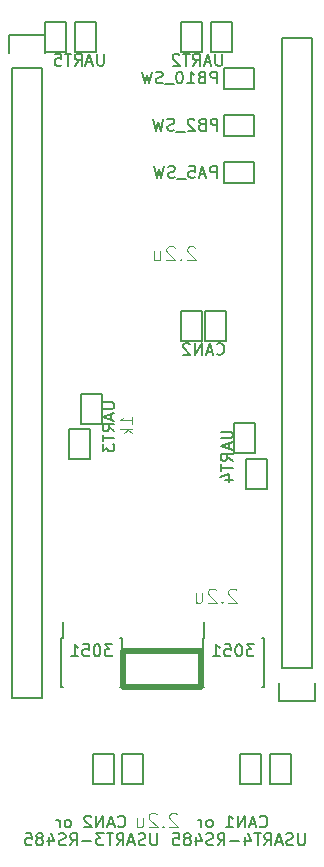
<source format=gbr>
G04 #@! TF.FileFunction,Legend,Bot*
%FSLAX46Y46*%
G04 Gerber Fmt 4.6, Leading zero omitted, Abs format (unit mm)*
G04 Created by KiCad (PCBNEW 4.0.6) date 08/21/17 16:56:05*
%MOMM*%
%LPD*%
G01*
G04 APERTURE LIST*
%ADD10C,0.100000*%
%ADD11C,0.200000*%
%ADD12C,0.150000*%
%ADD13C,0.500000*%
%ADD14C,0.101600*%
G04 APERTURE END LIST*
D10*
D11*
X21761905Y-58952381D02*
X21142857Y-58952381D01*
X21476191Y-59333333D01*
X21333333Y-59333333D01*
X21238095Y-59380952D01*
X21190476Y-59428571D01*
X21142857Y-59523810D01*
X21142857Y-59761905D01*
X21190476Y-59857143D01*
X21238095Y-59904762D01*
X21333333Y-59952381D01*
X21619048Y-59952381D01*
X21714286Y-59904762D01*
X21761905Y-59857143D01*
X20523810Y-58952381D02*
X20428571Y-58952381D01*
X20333333Y-59000000D01*
X20285714Y-59047619D01*
X20238095Y-59142857D01*
X20190476Y-59333333D01*
X20190476Y-59571429D01*
X20238095Y-59761905D01*
X20285714Y-59857143D01*
X20333333Y-59904762D01*
X20428571Y-59952381D01*
X20523810Y-59952381D01*
X20619048Y-59904762D01*
X20666667Y-59857143D01*
X20714286Y-59761905D01*
X20761905Y-59571429D01*
X20761905Y-59333333D01*
X20714286Y-59142857D01*
X20666667Y-59047619D01*
X20619048Y-59000000D01*
X20523810Y-58952381D01*
X19285714Y-58952381D02*
X19761905Y-58952381D01*
X19809524Y-59428571D01*
X19761905Y-59380952D01*
X19666667Y-59333333D01*
X19428571Y-59333333D01*
X19333333Y-59380952D01*
X19285714Y-59428571D01*
X19238095Y-59523810D01*
X19238095Y-59761905D01*
X19285714Y-59857143D01*
X19333333Y-59904762D01*
X19428571Y-59952381D01*
X19666667Y-59952381D01*
X19761905Y-59904762D01*
X19809524Y-59857143D01*
X18285714Y-59952381D02*
X18857143Y-59952381D01*
X18571429Y-59952381D02*
X18571429Y-58952381D01*
X18666667Y-59095238D01*
X18761905Y-59190476D01*
X18857143Y-59238095D01*
X9761905Y-58952381D02*
X9142857Y-58952381D01*
X9476191Y-59333333D01*
X9333333Y-59333333D01*
X9238095Y-59380952D01*
X9190476Y-59428571D01*
X9142857Y-59523810D01*
X9142857Y-59761905D01*
X9190476Y-59857143D01*
X9238095Y-59904762D01*
X9333333Y-59952381D01*
X9619048Y-59952381D01*
X9714286Y-59904762D01*
X9761905Y-59857143D01*
X8523810Y-58952381D02*
X8428571Y-58952381D01*
X8333333Y-59000000D01*
X8285714Y-59047619D01*
X8238095Y-59142857D01*
X8190476Y-59333333D01*
X8190476Y-59571429D01*
X8238095Y-59761905D01*
X8285714Y-59857143D01*
X8333333Y-59904762D01*
X8428571Y-59952381D01*
X8523810Y-59952381D01*
X8619048Y-59904762D01*
X8666667Y-59857143D01*
X8714286Y-59761905D01*
X8761905Y-59571429D01*
X8761905Y-59333333D01*
X8714286Y-59142857D01*
X8666667Y-59047619D01*
X8619048Y-59000000D01*
X8523810Y-58952381D01*
X7285714Y-58952381D02*
X7761905Y-58952381D01*
X7809524Y-59428571D01*
X7761905Y-59380952D01*
X7666667Y-59333333D01*
X7428571Y-59333333D01*
X7333333Y-59380952D01*
X7285714Y-59428571D01*
X7238095Y-59523810D01*
X7238095Y-59761905D01*
X7285714Y-59857143D01*
X7333333Y-59904762D01*
X7428571Y-59952381D01*
X7666667Y-59952381D01*
X7761905Y-59904762D01*
X7809524Y-59857143D01*
X6285714Y-59952381D02*
X6857143Y-59952381D01*
X6571429Y-59952381D02*
X6571429Y-58952381D01*
X6666667Y-59095238D01*
X6761905Y-59190476D01*
X6857143Y-59238095D01*
X18595238Y-19452381D02*
X18595238Y-18452381D01*
X18214285Y-18452381D01*
X18119047Y-18500000D01*
X18071428Y-18547619D01*
X18023809Y-18642857D01*
X18023809Y-18785714D01*
X18071428Y-18880952D01*
X18119047Y-18928571D01*
X18214285Y-18976190D01*
X18595238Y-18976190D01*
X17642857Y-19166667D02*
X17166666Y-19166667D01*
X17738095Y-19452381D02*
X17404762Y-18452381D01*
X17071428Y-19452381D01*
X16261904Y-18452381D02*
X16738095Y-18452381D01*
X16785714Y-18928571D01*
X16738095Y-18880952D01*
X16642857Y-18833333D01*
X16404761Y-18833333D01*
X16309523Y-18880952D01*
X16261904Y-18928571D01*
X16214285Y-19023810D01*
X16214285Y-19261905D01*
X16261904Y-19357143D01*
X16309523Y-19404762D01*
X16404761Y-19452381D01*
X16642857Y-19452381D01*
X16738095Y-19404762D01*
X16785714Y-19357143D01*
X16023809Y-19547619D02*
X15261904Y-19547619D01*
X15071428Y-19404762D02*
X14928571Y-19452381D01*
X14690475Y-19452381D01*
X14595237Y-19404762D01*
X14547618Y-19357143D01*
X14499999Y-19261905D01*
X14499999Y-19166667D01*
X14547618Y-19071429D01*
X14595237Y-19023810D01*
X14690475Y-18976190D01*
X14880952Y-18928571D01*
X14976190Y-18880952D01*
X15023809Y-18833333D01*
X15071428Y-18738095D01*
X15071428Y-18642857D01*
X15023809Y-18547619D01*
X14976190Y-18500000D01*
X14880952Y-18452381D01*
X14642856Y-18452381D01*
X14499999Y-18500000D01*
X14166666Y-18452381D02*
X13928571Y-19452381D01*
X13738094Y-18738095D01*
X13547618Y-19452381D01*
X13309523Y-18452381D01*
X18666667Y-15452381D02*
X18666667Y-14452381D01*
X18285714Y-14452381D01*
X18190476Y-14500000D01*
X18142857Y-14547619D01*
X18095238Y-14642857D01*
X18095238Y-14785714D01*
X18142857Y-14880952D01*
X18190476Y-14928571D01*
X18285714Y-14976190D01*
X18666667Y-14976190D01*
X17333333Y-14928571D02*
X17190476Y-14976190D01*
X17142857Y-15023810D01*
X17095238Y-15119048D01*
X17095238Y-15261905D01*
X17142857Y-15357143D01*
X17190476Y-15404762D01*
X17285714Y-15452381D01*
X17666667Y-15452381D01*
X17666667Y-14452381D01*
X17333333Y-14452381D01*
X17238095Y-14500000D01*
X17190476Y-14547619D01*
X17142857Y-14642857D01*
X17142857Y-14738095D01*
X17190476Y-14833333D01*
X17238095Y-14880952D01*
X17333333Y-14928571D01*
X17666667Y-14928571D01*
X16714286Y-14547619D02*
X16666667Y-14500000D01*
X16571429Y-14452381D01*
X16333333Y-14452381D01*
X16238095Y-14500000D01*
X16190476Y-14547619D01*
X16142857Y-14642857D01*
X16142857Y-14738095D01*
X16190476Y-14880952D01*
X16761905Y-15452381D01*
X16142857Y-15452381D01*
X15952381Y-15547619D02*
X15190476Y-15547619D01*
X15000000Y-15404762D02*
X14857143Y-15452381D01*
X14619047Y-15452381D01*
X14523809Y-15404762D01*
X14476190Y-15357143D01*
X14428571Y-15261905D01*
X14428571Y-15166667D01*
X14476190Y-15071429D01*
X14523809Y-15023810D01*
X14619047Y-14976190D01*
X14809524Y-14928571D01*
X14904762Y-14880952D01*
X14952381Y-14833333D01*
X15000000Y-14738095D01*
X15000000Y-14642857D01*
X14952381Y-14547619D01*
X14904762Y-14500000D01*
X14809524Y-14452381D01*
X14571428Y-14452381D01*
X14428571Y-14500000D01*
X14095238Y-14452381D02*
X13857143Y-15452381D01*
X13666666Y-14738095D01*
X13476190Y-15452381D01*
X13238095Y-14452381D01*
X18642857Y-11452381D02*
X18642857Y-10452381D01*
X18261904Y-10452381D01*
X18166666Y-10500000D01*
X18119047Y-10547619D01*
X18071428Y-10642857D01*
X18071428Y-10785714D01*
X18119047Y-10880952D01*
X18166666Y-10928571D01*
X18261904Y-10976190D01*
X18642857Y-10976190D01*
X17309523Y-10928571D02*
X17166666Y-10976190D01*
X17119047Y-11023810D01*
X17071428Y-11119048D01*
X17071428Y-11261905D01*
X17119047Y-11357143D01*
X17166666Y-11404762D01*
X17261904Y-11452381D01*
X17642857Y-11452381D01*
X17642857Y-10452381D01*
X17309523Y-10452381D01*
X17214285Y-10500000D01*
X17166666Y-10547619D01*
X17119047Y-10642857D01*
X17119047Y-10738095D01*
X17166666Y-10833333D01*
X17214285Y-10880952D01*
X17309523Y-10928571D01*
X17642857Y-10928571D01*
X16119047Y-11452381D02*
X16690476Y-11452381D01*
X16404762Y-11452381D02*
X16404762Y-10452381D01*
X16500000Y-10595238D01*
X16595238Y-10690476D01*
X16690476Y-10738095D01*
X15500000Y-10452381D02*
X15404761Y-10452381D01*
X15309523Y-10500000D01*
X15261904Y-10547619D01*
X15214285Y-10642857D01*
X15166666Y-10833333D01*
X15166666Y-11071429D01*
X15214285Y-11261905D01*
X15261904Y-11357143D01*
X15309523Y-11404762D01*
X15404761Y-11452381D01*
X15500000Y-11452381D01*
X15595238Y-11404762D01*
X15642857Y-11357143D01*
X15690476Y-11261905D01*
X15738095Y-11071429D01*
X15738095Y-10833333D01*
X15690476Y-10642857D01*
X15642857Y-10547619D01*
X15595238Y-10500000D01*
X15500000Y-10452381D01*
X14976190Y-11547619D02*
X14214285Y-11547619D01*
X14023809Y-11404762D02*
X13880952Y-11452381D01*
X13642856Y-11452381D01*
X13547618Y-11404762D01*
X13499999Y-11357143D01*
X13452380Y-11261905D01*
X13452380Y-11166667D01*
X13499999Y-11071429D01*
X13547618Y-11023810D01*
X13642856Y-10976190D01*
X13833333Y-10928571D01*
X13928571Y-10880952D01*
X13976190Y-10833333D01*
X14023809Y-10738095D01*
X14023809Y-10642857D01*
X13976190Y-10547619D01*
X13928571Y-10500000D01*
X13833333Y-10452381D01*
X13595237Y-10452381D01*
X13452380Y-10500000D01*
X13119047Y-10452381D02*
X12880952Y-11452381D01*
X12690475Y-10738095D01*
X12499999Y-11452381D01*
X12261904Y-10452381D01*
X26071429Y-74952381D02*
X26071429Y-75761905D01*
X26023810Y-75857143D01*
X25976191Y-75904762D01*
X25880953Y-75952381D01*
X25690476Y-75952381D01*
X25595238Y-75904762D01*
X25547619Y-75857143D01*
X25500000Y-75761905D01*
X25500000Y-74952381D01*
X25071429Y-75904762D02*
X24928572Y-75952381D01*
X24690476Y-75952381D01*
X24595238Y-75904762D01*
X24547619Y-75857143D01*
X24500000Y-75761905D01*
X24500000Y-75666667D01*
X24547619Y-75571429D01*
X24595238Y-75523810D01*
X24690476Y-75476190D01*
X24880953Y-75428571D01*
X24976191Y-75380952D01*
X25023810Y-75333333D01*
X25071429Y-75238095D01*
X25071429Y-75142857D01*
X25023810Y-75047619D01*
X24976191Y-75000000D01*
X24880953Y-74952381D01*
X24642857Y-74952381D01*
X24500000Y-75000000D01*
X24119048Y-75666667D02*
X23642857Y-75666667D01*
X24214286Y-75952381D02*
X23880953Y-74952381D01*
X23547619Y-75952381D01*
X22642857Y-75952381D02*
X22976191Y-75476190D01*
X23214286Y-75952381D02*
X23214286Y-74952381D01*
X22833333Y-74952381D01*
X22738095Y-75000000D01*
X22690476Y-75047619D01*
X22642857Y-75142857D01*
X22642857Y-75285714D01*
X22690476Y-75380952D01*
X22738095Y-75428571D01*
X22833333Y-75476190D01*
X23214286Y-75476190D01*
X22357143Y-74952381D02*
X21785714Y-74952381D01*
X22071429Y-75952381D02*
X22071429Y-74952381D01*
X21023809Y-75285714D02*
X21023809Y-75952381D01*
X21261905Y-74904762D02*
X21500000Y-75619048D01*
X20880952Y-75619048D01*
X20500000Y-75571429D02*
X19738095Y-75571429D01*
X18690476Y-75952381D02*
X19023810Y-75476190D01*
X19261905Y-75952381D02*
X19261905Y-74952381D01*
X18880952Y-74952381D01*
X18785714Y-75000000D01*
X18738095Y-75047619D01*
X18690476Y-75142857D01*
X18690476Y-75285714D01*
X18738095Y-75380952D01*
X18785714Y-75428571D01*
X18880952Y-75476190D01*
X19261905Y-75476190D01*
X18309524Y-75904762D02*
X18166667Y-75952381D01*
X17928571Y-75952381D01*
X17833333Y-75904762D01*
X17785714Y-75857143D01*
X17738095Y-75761905D01*
X17738095Y-75666667D01*
X17785714Y-75571429D01*
X17833333Y-75523810D01*
X17928571Y-75476190D01*
X18119048Y-75428571D01*
X18214286Y-75380952D01*
X18261905Y-75333333D01*
X18309524Y-75238095D01*
X18309524Y-75142857D01*
X18261905Y-75047619D01*
X18214286Y-75000000D01*
X18119048Y-74952381D01*
X17880952Y-74952381D01*
X17738095Y-75000000D01*
X16880952Y-75285714D02*
X16880952Y-75952381D01*
X17119048Y-74904762D02*
X17357143Y-75619048D01*
X16738095Y-75619048D01*
X16214286Y-75380952D02*
X16309524Y-75333333D01*
X16357143Y-75285714D01*
X16404762Y-75190476D01*
X16404762Y-75142857D01*
X16357143Y-75047619D01*
X16309524Y-75000000D01*
X16214286Y-74952381D01*
X16023809Y-74952381D01*
X15928571Y-75000000D01*
X15880952Y-75047619D01*
X15833333Y-75142857D01*
X15833333Y-75190476D01*
X15880952Y-75285714D01*
X15928571Y-75333333D01*
X16023809Y-75380952D01*
X16214286Y-75380952D01*
X16309524Y-75428571D01*
X16357143Y-75476190D01*
X16404762Y-75571429D01*
X16404762Y-75761905D01*
X16357143Y-75857143D01*
X16309524Y-75904762D01*
X16214286Y-75952381D01*
X16023809Y-75952381D01*
X15928571Y-75904762D01*
X15880952Y-75857143D01*
X15833333Y-75761905D01*
X15833333Y-75571429D01*
X15880952Y-75476190D01*
X15928571Y-75428571D01*
X16023809Y-75380952D01*
X14928571Y-74952381D02*
X15404762Y-74952381D01*
X15452381Y-75428571D01*
X15404762Y-75380952D01*
X15309524Y-75333333D01*
X15071428Y-75333333D01*
X14976190Y-75380952D01*
X14928571Y-75428571D01*
X14880952Y-75523810D01*
X14880952Y-75761905D01*
X14928571Y-75857143D01*
X14976190Y-75904762D01*
X15071428Y-75952381D01*
X15309524Y-75952381D01*
X15404762Y-75904762D01*
X15452381Y-75857143D01*
X22261905Y-74357143D02*
X22309524Y-74404762D01*
X22452381Y-74452381D01*
X22547619Y-74452381D01*
X22690477Y-74404762D01*
X22785715Y-74309524D01*
X22833334Y-74214286D01*
X22880953Y-74023810D01*
X22880953Y-73880952D01*
X22833334Y-73690476D01*
X22785715Y-73595238D01*
X22690477Y-73500000D01*
X22547619Y-73452381D01*
X22452381Y-73452381D01*
X22309524Y-73500000D01*
X22261905Y-73547619D01*
X21880953Y-74166667D02*
X21404762Y-74166667D01*
X21976191Y-74452381D02*
X21642858Y-73452381D01*
X21309524Y-74452381D01*
X20976191Y-74452381D02*
X20976191Y-73452381D01*
X20404762Y-74452381D01*
X20404762Y-73452381D01*
X19404762Y-74452381D02*
X19976191Y-74452381D01*
X19690477Y-74452381D02*
X19690477Y-73452381D01*
X19785715Y-73595238D01*
X19880953Y-73690476D01*
X19976191Y-73738095D01*
X18071429Y-74452381D02*
X18166667Y-74404762D01*
X18214286Y-74357143D01*
X18261905Y-74261905D01*
X18261905Y-73976190D01*
X18214286Y-73880952D01*
X18166667Y-73833333D01*
X18071429Y-73785714D01*
X17928571Y-73785714D01*
X17833333Y-73833333D01*
X17785714Y-73880952D01*
X17738095Y-73976190D01*
X17738095Y-74261905D01*
X17785714Y-74357143D01*
X17833333Y-74404762D01*
X17928571Y-74452381D01*
X18071429Y-74452381D01*
X17309524Y-74452381D02*
X17309524Y-73785714D01*
X17309524Y-73976190D02*
X17261905Y-73880952D01*
X17214286Y-73833333D01*
X17119048Y-73785714D01*
X17023809Y-73785714D01*
X13571429Y-74952381D02*
X13571429Y-75761905D01*
X13523810Y-75857143D01*
X13476191Y-75904762D01*
X13380953Y-75952381D01*
X13190476Y-75952381D01*
X13095238Y-75904762D01*
X13047619Y-75857143D01*
X13000000Y-75761905D01*
X13000000Y-74952381D01*
X12571429Y-75904762D02*
X12428572Y-75952381D01*
X12190476Y-75952381D01*
X12095238Y-75904762D01*
X12047619Y-75857143D01*
X12000000Y-75761905D01*
X12000000Y-75666667D01*
X12047619Y-75571429D01*
X12095238Y-75523810D01*
X12190476Y-75476190D01*
X12380953Y-75428571D01*
X12476191Y-75380952D01*
X12523810Y-75333333D01*
X12571429Y-75238095D01*
X12571429Y-75142857D01*
X12523810Y-75047619D01*
X12476191Y-75000000D01*
X12380953Y-74952381D01*
X12142857Y-74952381D01*
X12000000Y-75000000D01*
X11619048Y-75666667D02*
X11142857Y-75666667D01*
X11714286Y-75952381D02*
X11380953Y-74952381D01*
X11047619Y-75952381D01*
X10142857Y-75952381D02*
X10476191Y-75476190D01*
X10714286Y-75952381D02*
X10714286Y-74952381D01*
X10333333Y-74952381D01*
X10238095Y-75000000D01*
X10190476Y-75047619D01*
X10142857Y-75142857D01*
X10142857Y-75285714D01*
X10190476Y-75380952D01*
X10238095Y-75428571D01*
X10333333Y-75476190D01*
X10714286Y-75476190D01*
X9857143Y-74952381D02*
X9285714Y-74952381D01*
X9571429Y-75952381D02*
X9571429Y-74952381D01*
X9047619Y-74952381D02*
X8428571Y-74952381D01*
X8761905Y-75333333D01*
X8619047Y-75333333D01*
X8523809Y-75380952D01*
X8476190Y-75428571D01*
X8428571Y-75523810D01*
X8428571Y-75761905D01*
X8476190Y-75857143D01*
X8523809Y-75904762D01*
X8619047Y-75952381D01*
X8904762Y-75952381D01*
X9000000Y-75904762D01*
X9047619Y-75857143D01*
X8000000Y-75571429D02*
X7238095Y-75571429D01*
X6190476Y-75952381D02*
X6523810Y-75476190D01*
X6761905Y-75952381D02*
X6761905Y-74952381D01*
X6380952Y-74952381D01*
X6285714Y-75000000D01*
X6238095Y-75047619D01*
X6190476Y-75142857D01*
X6190476Y-75285714D01*
X6238095Y-75380952D01*
X6285714Y-75428571D01*
X6380952Y-75476190D01*
X6761905Y-75476190D01*
X5809524Y-75904762D02*
X5666667Y-75952381D01*
X5428571Y-75952381D01*
X5333333Y-75904762D01*
X5285714Y-75857143D01*
X5238095Y-75761905D01*
X5238095Y-75666667D01*
X5285714Y-75571429D01*
X5333333Y-75523810D01*
X5428571Y-75476190D01*
X5619048Y-75428571D01*
X5714286Y-75380952D01*
X5761905Y-75333333D01*
X5809524Y-75238095D01*
X5809524Y-75142857D01*
X5761905Y-75047619D01*
X5714286Y-75000000D01*
X5619048Y-74952381D01*
X5380952Y-74952381D01*
X5238095Y-75000000D01*
X4380952Y-75285714D02*
X4380952Y-75952381D01*
X4619048Y-74904762D02*
X4857143Y-75619048D01*
X4238095Y-75619048D01*
X3714286Y-75380952D02*
X3809524Y-75333333D01*
X3857143Y-75285714D01*
X3904762Y-75190476D01*
X3904762Y-75142857D01*
X3857143Y-75047619D01*
X3809524Y-75000000D01*
X3714286Y-74952381D01*
X3523809Y-74952381D01*
X3428571Y-75000000D01*
X3380952Y-75047619D01*
X3333333Y-75142857D01*
X3333333Y-75190476D01*
X3380952Y-75285714D01*
X3428571Y-75333333D01*
X3523809Y-75380952D01*
X3714286Y-75380952D01*
X3809524Y-75428571D01*
X3857143Y-75476190D01*
X3904762Y-75571429D01*
X3904762Y-75761905D01*
X3857143Y-75857143D01*
X3809524Y-75904762D01*
X3714286Y-75952381D01*
X3523809Y-75952381D01*
X3428571Y-75904762D01*
X3380952Y-75857143D01*
X3333333Y-75761905D01*
X3333333Y-75571429D01*
X3380952Y-75476190D01*
X3428571Y-75428571D01*
X3523809Y-75380952D01*
X2428571Y-74952381D02*
X2904762Y-74952381D01*
X2952381Y-75428571D01*
X2904762Y-75380952D01*
X2809524Y-75333333D01*
X2571428Y-75333333D01*
X2476190Y-75380952D01*
X2428571Y-75428571D01*
X2380952Y-75523810D01*
X2380952Y-75761905D01*
X2428571Y-75857143D01*
X2476190Y-75904762D01*
X2571428Y-75952381D01*
X2809524Y-75952381D01*
X2904762Y-75904762D01*
X2952381Y-75857143D01*
X10261905Y-74357143D02*
X10309524Y-74404762D01*
X10452381Y-74452381D01*
X10547619Y-74452381D01*
X10690477Y-74404762D01*
X10785715Y-74309524D01*
X10833334Y-74214286D01*
X10880953Y-74023810D01*
X10880953Y-73880952D01*
X10833334Y-73690476D01*
X10785715Y-73595238D01*
X10690477Y-73500000D01*
X10547619Y-73452381D01*
X10452381Y-73452381D01*
X10309524Y-73500000D01*
X10261905Y-73547619D01*
X9880953Y-74166667D02*
X9404762Y-74166667D01*
X9976191Y-74452381D02*
X9642858Y-73452381D01*
X9309524Y-74452381D01*
X8976191Y-74452381D02*
X8976191Y-73452381D01*
X8404762Y-74452381D01*
X8404762Y-73452381D01*
X7976191Y-73547619D02*
X7928572Y-73500000D01*
X7833334Y-73452381D01*
X7595238Y-73452381D01*
X7500000Y-73500000D01*
X7452381Y-73547619D01*
X7404762Y-73642857D01*
X7404762Y-73738095D01*
X7452381Y-73880952D01*
X8023810Y-74452381D01*
X7404762Y-74452381D01*
X6071429Y-74452381D02*
X6166667Y-74404762D01*
X6214286Y-74357143D01*
X6261905Y-74261905D01*
X6261905Y-73976190D01*
X6214286Y-73880952D01*
X6166667Y-73833333D01*
X6071429Y-73785714D01*
X5928571Y-73785714D01*
X5833333Y-73833333D01*
X5785714Y-73880952D01*
X5738095Y-73976190D01*
X5738095Y-74261905D01*
X5785714Y-74357143D01*
X5833333Y-74404762D01*
X5928571Y-74452381D01*
X6071429Y-74452381D01*
X5309524Y-74452381D02*
X5309524Y-73785714D01*
X5309524Y-73976190D02*
X5261905Y-73880952D01*
X5214286Y-73833333D01*
X5119048Y-73785714D01*
X5023809Y-73785714D01*
X18619047Y-34357143D02*
X18666666Y-34404762D01*
X18809523Y-34452381D01*
X18904761Y-34452381D01*
X19047619Y-34404762D01*
X19142857Y-34309524D01*
X19190476Y-34214286D01*
X19238095Y-34023810D01*
X19238095Y-33880952D01*
X19190476Y-33690476D01*
X19142857Y-33595238D01*
X19047619Y-33500000D01*
X18904761Y-33452381D01*
X18809523Y-33452381D01*
X18666666Y-33500000D01*
X18619047Y-33547619D01*
X18238095Y-34166667D02*
X17761904Y-34166667D01*
X18333333Y-34452381D02*
X18000000Y-33452381D01*
X17666666Y-34452381D01*
X17333333Y-34452381D02*
X17333333Y-33452381D01*
X16761904Y-34452381D01*
X16761904Y-33452381D01*
X16333333Y-33547619D02*
X16285714Y-33500000D01*
X16190476Y-33452381D01*
X15952380Y-33452381D01*
X15857142Y-33500000D01*
X15809523Y-33547619D01*
X15761904Y-33642857D01*
X15761904Y-33738095D01*
X15809523Y-33880952D01*
X16380952Y-34452381D01*
X15761904Y-34452381D01*
X19071429Y-8952381D02*
X19071429Y-9761905D01*
X19023810Y-9857143D01*
X18976191Y-9904762D01*
X18880953Y-9952381D01*
X18690476Y-9952381D01*
X18595238Y-9904762D01*
X18547619Y-9857143D01*
X18500000Y-9761905D01*
X18500000Y-8952381D01*
X18071429Y-9666667D02*
X17595238Y-9666667D01*
X18166667Y-9952381D02*
X17833334Y-8952381D01*
X17500000Y-9952381D01*
X16595238Y-9952381D02*
X16928572Y-9476190D01*
X17166667Y-9952381D02*
X17166667Y-8952381D01*
X16785714Y-8952381D01*
X16690476Y-9000000D01*
X16642857Y-9047619D01*
X16595238Y-9142857D01*
X16595238Y-9285714D01*
X16642857Y-9380952D01*
X16690476Y-9428571D01*
X16785714Y-9476190D01*
X17166667Y-9476190D01*
X16309524Y-8952381D02*
X15738095Y-8952381D01*
X16023810Y-9952381D02*
X16023810Y-8952381D01*
X15452381Y-9047619D02*
X15404762Y-9000000D01*
X15309524Y-8952381D01*
X15071428Y-8952381D01*
X14976190Y-9000000D01*
X14928571Y-9047619D01*
X14880952Y-9142857D01*
X14880952Y-9238095D01*
X14928571Y-9380952D01*
X15500000Y-9952381D01*
X14880952Y-9952381D01*
X9071429Y-8952381D02*
X9071429Y-9761905D01*
X9023810Y-9857143D01*
X8976191Y-9904762D01*
X8880953Y-9952381D01*
X8690476Y-9952381D01*
X8595238Y-9904762D01*
X8547619Y-9857143D01*
X8500000Y-9761905D01*
X8500000Y-8952381D01*
X8071429Y-9666667D02*
X7595238Y-9666667D01*
X8166667Y-9952381D02*
X7833334Y-8952381D01*
X7500000Y-9952381D01*
X6595238Y-9952381D02*
X6928572Y-9476190D01*
X7166667Y-9952381D02*
X7166667Y-8952381D01*
X6785714Y-8952381D01*
X6690476Y-9000000D01*
X6642857Y-9047619D01*
X6595238Y-9142857D01*
X6595238Y-9285714D01*
X6642857Y-9380952D01*
X6690476Y-9428571D01*
X6785714Y-9476190D01*
X7166667Y-9476190D01*
X6309524Y-8952381D02*
X5738095Y-8952381D01*
X6023810Y-9952381D02*
X6023810Y-8952381D01*
X4928571Y-8952381D02*
X5404762Y-8952381D01*
X5452381Y-9428571D01*
X5404762Y-9380952D01*
X5309524Y-9333333D01*
X5071428Y-9333333D01*
X4976190Y-9380952D01*
X4928571Y-9428571D01*
X4880952Y-9523810D01*
X4880952Y-9761905D01*
X4928571Y-9857143D01*
X4976190Y-9904762D01*
X5071428Y-9952381D01*
X5309524Y-9952381D01*
X5404762Y-9904762D01*
X5452381Y-9857143D01*
X18952381Y-40928571D02*
X19761905Y-40928571D01*
X19857143Y-40976190D01*
X19904762Y-41023809D01*
X19952381Y-41119047D01*
X19952381Y-41309524D01*
X19904762Y-41404762D01*
X19857143Y-41452381D01*
X19761905Y-41500000D01*
X18952381Y-41500000D01*
X19666667Y-41928571D02*
X19666667Y-42404762D01*
X19952381Y-41833333D02*
X18952381Y-42166666D01*
X19952381Y-42500000D01*
X19952381Y-43404762D02*
X19476190Y-43071428D01*
X19952381Y-42833333D02*
X18952381Y-42833333D01*
X18952381Y-43214286D01*
X19000000Y-43309524D01*
X19047619Y-43357143D01*
X19142857Y-43404762D01*
X19285714Y-43404762D01*
X19380952Y-43357143D01*
X19428571Y-43309524D01*
X19476190Y-43214286D01*
X19476190Y-42833333D01*
X18952381Y-43690476D02*
X18952381Y-44261905D01*
X19952381Y-43976190D02*
X18952381Y-43976190D01*
X19285714Y-45023810D02*
X19952381Y-45023810D01*
X18904762Y-44785714D02*
X19619048Y-44547619D01*
X19619048Y-45166667D01*
X8952381Y-38428571D02*
X9761905Y-38428571D01*
X9857143Y-38476190D01*
X9904762Y-38523809D01*
X9952381Y-38619047D01*
X9952381Y-38809524D01*
X9904762Y-38904762D01*
X9857143Y-38952381D01*
X9761905Y-39000000D01*
X8952381Y-39000000D01*
X9666667Y-39428571D02*
X9666667Y-39904762D01*
X9952381Y-39333333D02*
X8952381Y-39666666D01*
X9952381Y-40000000D01*
X9952381Y-40904762D02*
X9476190Y-40571428D01*
X9952381Y-40333333D02*
X8952381Y-40333333D01*
X8952381Y-40714286D01*
X9000000Y-40809524D01*
X9047619Y-40857143D01*
X9142857Y-40904762D01*
X9285714Y-40904762D01*
X9380952Y-40857143D01*
X9428571Y-40809524D01*
X9476190Y-40714286D01*
X9476190Y-40333333D01*
X8952381Y-41190476D02*
X8952381Y-41761905D01*
X9952381Y-41476190D02*
X8952381Y-41476190D01*
X8952381Y-42000000D02*
X8952381Y-42619048D01*
X9333333Y-42285714D01*
X9333333Y-42428572D01*
X9380952Y-42523810D01*
X9428571Y-42571429D01*
X9523810Y-42619048D01*
X9761905Y-42619048D01*
X9857143Y-42571429D01*
X9904762Y-42523810D01*
X9952381Y-42428572D01*
X9952381Y-42142857D01*
X9904762Y-42047619D01*
X9857143Y-42000000D01*
D12*
X5425000Y-58425000D02*
X5570000Y-58425000D01*
X5425000Y-62575000D02*
X5570000Y-62575000D01*
X10575000Y-62575000D02*
X10430000Y-62575000D01*
X10575000Y-58425000D02*
X10430000Y-58425000D01*
X5425000Y-58425000D02*
X5425000Y-62575000D01*
X10575000Y-58425000D02*
X10575000Y-62575000D01*
X5570000Y-58425000D02*
X5570000Y-57025000D01*
X3810000Y-10160000D02*
X3810000Y-63500000D01*
X3810000Y-63500000D02*
X1270000Y-63500000D01*
X1270000Y-63500000D02*
X1270000Y-10160000D01*
X990000Y-7340000D02*
X990000Y-8890000D01*
X1270000Y-10160000D02*
X3810000Y-10160000D01*
X4090000Y-8890000D02*
X4090000Y-7340000D01*
X4090000Y-7340000D02*
X990000Y-7340000D01*
X24130000Y-60960000D02*
X24130000Y-7620000D01*
X24130000Y-7620000D02*
X26670000Y-7620000D01*
X26670000Y-7620000D02*
X26670000Y-60960000D01*
X26950000Y-63780000D02*
X26950000Y-62230000D01*
X26670000Y-60960000D02*
X24130000Y-60960000D01*
X23850000Y-62230000D02*
X23850000Y-63780000D01*
X23850000Y-63780000D02*
X26950000Y-63780000D01*
X17425000Y-58425000D02*
X17570000Y-58425000D01*
X17425000Y-62575000D02*
X17570000Y-62575000D01*
X22575000Y-62575000D02*
X22430000Y-62575000D01*
X22575000Y-58425000D02*
X22430000Y-58425000D01*
X17425000Y-58425000D02*
X17425000Y-62575000D01*
X22575000Y-58425000D02*
X22575000Y-62575000D01*
X17570000Y-58425000D02*
X17570000Y-57025000D01*
D13*
X10700000Y-59500000D02*
X10700000Y-62600000D01*
X17300000Y-59500000D02*
X17300000Y-62600000D01*
X17300000Y-62600000D02*
X10700000Y-62600000D01*
X17300000Y-59500000D02*
X10700000Y-59500000D01*
D12*
X8111000Y-70770000D02*
X8111000Y-68230000D01*
X9889000Y-68230000D02*
X9889000Y-70770000D01*
X9889000Y-68230000D02*
X8111000Y-68230000D01*
X8111000Y-70770000D02*
X9889000Y-70770000D01*
X10611000Y-70770000D02*
X10611000Y-68230000D01*
X12389000Y-68230000D02*
X12389000Y-70770000D01*
X12389000Y-68230000D02*
X10611000Y-68230000D01*
X10611000Y-70770000D02*
X12389000Y-70770000D01*
X20611000Y-70770000D02*
X20611000Y-68230000D01*
X22389000Y-68230000D02*
X22389000Y-70770000D01*
X22389000Y-68230000D02*
X20611000Y-68230000D01*
X20611000Y-70770000D02*
X22389000Y-70770000D01*
X23111000Y-70770000D02*
X23111000Y-68230000D01*
X24889000Y-68230000D02*
X24889000Y-70770000D01*
X24889000Y-68230000D02*
X23111000Y-68230000D01*
X23111000Y-70770000D02*
X24889000Y-70770000D01*
X21889000Y-40230000D02*
X21889000Y-42770000D01*
X20111000Y-42770000D02*
X20111000Y-40230000D01*
X20111000Y-42770000D02*
X21889000Y-42770000D01*
X21889000Y-40230000D02*
X20111000Y-40230000D01*
X22889000Y-43230000D02*
X22889000Y-45770000D01*
X21111000Y-45770000D02*
X21111000Y-43230000D01*
X21111000Y-45770000D02*
X22889000Y-45770000D01*
X22889000Y-43230000D02*
X21111000Y-43230000D01*
X4111000Y-8770000D02*
X4111000Y-6230000D01*
X5889000Y-6230000D02*
X5889000Y-8770000D01*
X5889000Y-6230000D02*
X4111000Y-6230000D01*
X4111000Y-8770000D02*
X5889000Y-8770000D01*
X7889000Y-40730000D02*
X7889000Y-43270000D01*
X6111000Y-43270000D02*
X6111000Y-40730000D01*
X6111000Y-43270000D02*
X7889000Y-43270000D01*
X7889000Y-40730000D02*
X6111000Y-40730000D01*
X8889000Y-37730000D02*
X8889000Y-40270000D01*
X7111000Y-40270000D02*
X7111000Y-37730000D01*
X7111000Y-40270000D02*
X8889000Y-40270000D01*
X8889000Y-37730000D02*
X7111000Y-37730000D01*
X6611000Y-8770000D02*
X6611000Y-6230000D01*
X8389000Y-6230000D02*
X8389000Y-8770000D01*
X8389000Y-6230000D02*
X6611000Y-6230000D01*
X6611000Y-8770000D02*
X8389000Y-8770000D01*
X18111000Y-8770000D02*
X18111000Y-6230000D01*
X19889000Y-6230000D02*
X19889000Y-8770000D01*
X19889000Y-6230000D02*
X18111000Y-6230000D01*
X18111000Y-8770000D02*
X19889000Y-8770000D01*
X15611000Y-8770000D02*
X15611000Y-6230000D01*
X17389000Y-6230000D02*
X17389000Y-8770000D01*
X17389000Y-6230000D02*
X15611000Y-6230000D01*
X15611000Y-8770000D02*
X17389000Y-8770000D01*
X19389000Y-30730000D02*
X19389000Y-33270000D01*
X17611000Y-33270000D02*
X17611000Y-30730000D01*
X17611000Y-33270000D02*
X19389000Y-33270000D01*
X19389000Y-30730000D02*
X17611000Y-30730000D01*
X17389000Y-30730000D02*
X17389000Y-33270000D01*
X15611000Y-33270000D02*
X15611000Y-30730000D01*
X15611000Y-33270000D02*
X17389000Y-33270000D01*
X17389000Y-30730000D02*
X15611000Y-30730000D01*
X21770000Y-11889000D02*
X19230000Y-11889000D01*
X19230000Y-10111000D02*
X21770000Y-10111000D01*
X19230000Y-10111000D02*
X19230000Y-11889000D01*
X21770000Y-11889000D02*
X21770000Y-10111000D01*
X21770000Y-15889000D02*
X19230000Y-15889000D01*
X19230000Y-14111000D02*
X21770000Y-14111000D01*
X19230000Y-14111000D02*
X19230000Y-15889000D01*
X21770000Y-15889000D02*
X21770000Y-14111000D01*
X21770000Y-19889000D02*
X19230000Y-19889000D01*
X19230000Y-18111000D02*
X21770000Y-18111000D01*
X19230000Y-18111000D02*
X19230000Y-19889000D01*
X21770000Y-19889000D02*
X21770000Y-18111000D01*
D14*
X20270190Y-54350952D02*
X20212738Y-54293500D01*
X20097833Y-54236048D01*
X19810571Y-54236048D01*
X19695667Y-54293500D01*
X19638214Y-54350952D01*
X19580762Y-54465857D01*
X19580762Y-54580762D01*
X19638214Y-54753119D01*
X20327643Y-55442548D01*
X19580762Y-55442548D01*
X19063690Y-55327643D02*
X19006238Y-55385095D01*
X19063690Y-55442548D01*
X19121142Y-55385095D01*
X19063690Y-55327643D01*
X19063690Y-55442548D01*
X18546618Y-54350952D02*
X18489166Y-54293500D01*
X18374261Y-54236048D01*
X18086999Y-54236048D01*
X17972095Y-54293500D01*
X17914642Y-54350952D01*
X17857190Y-54465857D01*
X17857190Y-54580762D01*
X17914642Y-54753119D01*
X18604071Y-55442548D01*
X17857190Y-55442548D01*
X16823047Y-54638214D02*
X16823047Y-55442548D01*
X17340118Y-54638214D02*
X17340118Y-55270190D01*
X17282666Y-55385095D01*
X17167761Y-55442548D01*
X16995404Y-55442548D01*
X16880499Y-55385095D01*
X16823047Y-55327643D01*
X15270190Y-73350952D02*
X15212738Y-73293500D01*
X15097833Y-73236048D01*
X14810571Y-73236048D01*
X14695667Y-73293500D01*
X14638214Y-73350952D01*
X14580762Y-73465857D01*
X14580762Y-73580762D01*
X14638214Y-73753119D01*
X15327643Y-74442548D01*
X14580762Y-74442548D01*
X14063690Y-74327643D02*
X14006238Y-74385095D01*
X14063690Y-74442548D01*
X14121142Y-74385095D01*
X14063690Y-74327643D01*
X14063690Y-74442548D01*
X13546618Y-73350952D02*
X13489166Y-73293500D01*
X13374261Y-73236048D01*
X13086999Y-73236048D01*
X12972095Y-73293500D01*
X12914642Y-73350952D01*
X12857190Y-73465857D01*
X12857190Y-73580762D01*
X12914642Y-73753119D01*
X13604071Y-74442548D01*
X12857190Y-74442548D01*
X11823047Y-73638214D02*
X11823047Y-74442548D01*
X12340118Y-73638214D02*
X12340118Y-74270190D01*
X12282666Y-74385095D01*
X12167761Y-74442548D01*
X11995404Y-74442548D01*
X11880499Y-74385095D01*
X11823047Y-74327643D01*
D10*
X11452381Y-40261905D02*
X11452381Y-39690476D01*
X11452381Y-39976190D02*
X10452381Y-39976190D01*
X10595238Y-39880952D01*
X10690476Y-39785714D01*
X10738095Y-39690476D01*
X11452381Y-40690476D02*
X10452381Y-40690476D01*
X11071429Y-40785714D02*
X11452381Y-41071429D01*
X10785714Y-41071429D02*
X11166667Y-40690476D01*
D14*
X16770190Y-25350952D02*
X16712738Y-25293500D01*
X16597833Y-25236048D01*
X16310571Y-25236048D01*
X16195667Y-25293500D01*
X16138214Y-25350952D01*
X16080762Y-25465857D01*
X16080762Y-25580762D01*
X16138214Y-25753119D01*
X16827643Y-26442548D01*
X16080762Y-26442548D01*
X15563690Y-26327643D02*
X15506238Y-26385095D01*
X15563690Y-26442548D01*
X15621142Y-26385095D01*
X15563690Y-26327643D01*
X15563690Y-26442548D01*
X15046618Y-25350952D02*
X14989166Y-25293500D01*
X14874261Y-25236048D01*
X14586999Y-25236048D01*
X14472095Y-25293500D01*
X14414642Y-25350952D01*
X14357190Y-25465857D01*
X14357190Y-25580762D01*
X14414642Y-25753119D01*
X15104071Y-26442548D01*
X14357190Y-26442548D01*
X13323047Y-25638214D02*
X13323047Y-26442548D01*
X13840118Y-25638214D02*
X13840118Y-26270190D01*
X13782666Y-26385095D01*
X13667761Y-26442548D01*
X13495404Y-26442548D01*
X13380499Y-26385095D01*
X13323047Y-26327643D01*
M02*

</source>
